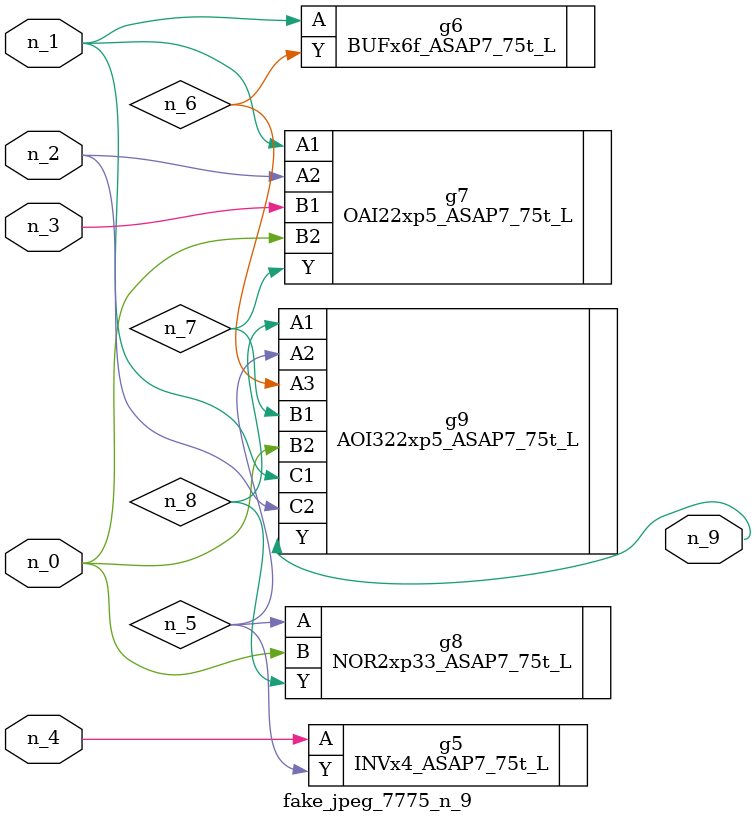
<source format=v>
module fake_jpeg_7775_n_9 (n_3, n_2, n_1, n_0, n_4, n_9);

input n_3;
input n_2;
input n_1;
input n_0;
input n_4;

output n_9;

wire n_8;
wire n_6;
wire n_5;
wire n_7;

INVx4_ASAP7_75t_L g5 ( 
.A(n_4),
.Y(n_5)
);

BUFx6f_ASAP7_75t_L g6 ( 
.A(n_1),
.Y(n_6)
);

OAI22xp5_ASAP7_75t_L g7 ( 
.A1(n_1),
.A2(n_2),
.B1(n_3),
.B2(n_0),
.Y(n_7)
);

NOR2xp33_ASAP7_75t_L g8 ( 
.A(n_5),
.B(n_0),
.Y(n_8)
);

AOI322xp5_ASAP7_75t_L g9 ( 
.A1(n_8),
.A2(n_5),
.A3(n_6),
.B1(n_7),
.B2(n_0),
.C1(n_1),
.C2(n_2),
.Y(n_9)
);


endmodule
</source>
